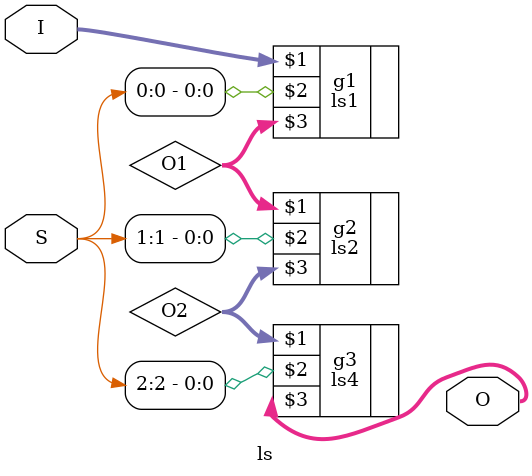
<source format=v>
`timescale 1ns / 1ps
module ls(
    input [7:0]I,
    input [2:0]S,
    output [7:0]O
    );
wire [7:0]O1,O2;
ls1 g1(I,S[0],O1);
ls2 g2(O1,S[1],O2);
ls4 g3(O2,S[2],O);

endmodule

</source>
